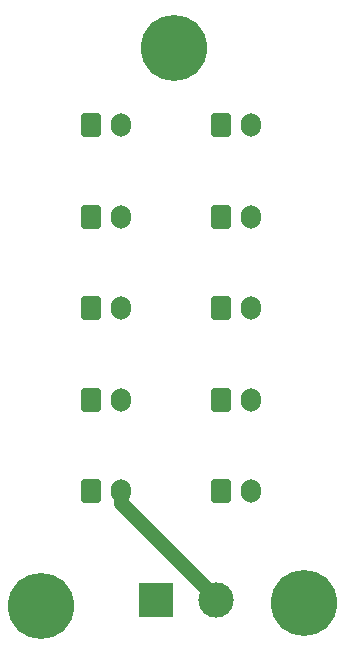
<source format=gbr>
%TF.GenerationSoftware,KiCad,Pcbnew,7.0.9*%
%TF.CreationDate,2024-03-13T22:19:24+01:00*%
%TF.ProjectId,Backlighting_LEDModule_PCB,4261636b-6c69-4676-9874-696e675f4c45,rev?*%
%TF.SameCoordinates,Original*%
%TF.FileFunction,Copper,L1,Top*%
%TF.FilePolarity,Positive*%
%FSLAX46Y46*%
G04 Gerber Fmt 4.6, Leading zero omitted, Abs format (unit mm)*
G04 Created by KiCad (PCBNEW 7.0.9) date 2024-03-13 22:19:24*
%MOMM*%
%LPD*%
G01*
G04 APERTURE LIST*
G04 Aperture macros list*
%AMRoundRect*
0 Rectangle with rounded corners*
0 $1 Rounding radius*
0 $2 $3 $4 $5 $6 $7 $8 $9 X,Y pos of 4 corners*
0 Add a 4 corners polygon primitive as box body*
4,1,4,$2,$3,$4,$5,$6,$7,$8,$9,$2,$3,0*
0 Add four circle primitives for the rounded corners*
1,1,$1+$1,$2,$3*
1,1,$1+$1,$4,$5*
1,1,$1+$1,$6,$7*
1,1,$1+$1,$8,$9*
0 Add four rect primitives between the rounded corners*
20,1,$1+$1,$2,$3,$4,$5,0*
20,1,$1+$1,$4,$5,$6,$7,0*
20,1,$1+$1,$6,$7,$8,$9,0*
20,1,$1+$1,$8,$9,$2,$3,0*%
G04 Aperture macros list end*
%TA.AperFunction,ComponentPad*%
%ADD10RoundRect,0.250000X-0.600000X-0.750000X0.600000X-0.750000X0.600000X0.750000X-0.600000X0.750000X0*%
%TD*%
%TA.AperFunction,ComponentPad*%
%ADD11O,1.700000X2.000000*%
%TD*%
%TA.AperFunction,ComponentPad*%
%ADD12R,3.000000X3.000000*%
%TD*%
%TA.AperFunction,ComponentPad*%
%ADD13C,3.000000*%
%TD*%
%TA.AperFunction,ComponentPad*%
%ADD14C,3.600000*%
%TD*%
%TA.AperFunction,ConnectorPad*%
%ADD15C,5.600000*%
%TD*%
%TA.AperFunction,Conductor*%
%ADD16C,1.270000*%
%TD*%
G04 APERTURE END LIST*
D10*
%TO.P,J4,1,Pin_1*%
%TO.N,N/C*%
X109750000Y-69750000D03*
D11*
%TO.P,J4,2,Pin_2*%
X112250000Y-69750000D03*
%TD*%
D12*
%TO.P,J11,1,Pin_1*%
%TO.N,N/C*%
X115250000Y-102250000D03*
D13*
%TO.P,J11,2,Pin_2*%
X120330000Y-102250000D03*
%TD*%
D10*
%TO.P,J6,1,Pin_1*%
%TO.N,N/C*%
X120750000Y-93000000D03*
D11*
%TO.P,J6,2,Pin_2*%
X123250000Y-93000000D03*
%TD*%
D10*
%TO.P,J3,1,Pin_1*%
%TO.N,N/C*%
X109750000Y-77500000D03*
D11*
%TO.P,J3,2,Pin_2*%
X112250000Y-77500000D03*
%TD*%
D10*
%TO.P,J7,1,Pin_1*%
%TO.N,N/C*%
X120750000Y-85250000D03*
D11*
%TO.P,J7,2,Pin_2*%
X123250000Y-85250000D03*
%TD*%
D14*
%TO.P,H1,1*%
%TO.N,N/C*%
X127750000Y-102500000D03*
D15*
X127750000Y-102500000D03*
%TD*%
D14*
%TO.P,H3,1*%
%TO.N,N/C*%
X105500000Y-102750000D03*
D15*
X105500000Y-102750000D03*
%TD*%
D10*
%TO.P,J1,1,Pin_1*%
%TO.N,N/C*%
X109750000Y-93000000D03*
D11*
%TO.P,J1,2,Pin_2*%
X112250000Y-93000000D03*
%TD*%
D10*
%TO.P,J5,1,Pin_1*%
%TO.N,N/C*%
X109750000Y-62000000D03*
D11*
%TO.P,J5,2,Pin_2*%
X112250000Y-62000000D03*
%TD*%
D10*
%TO.P,J9,1,Pin_1*%
%TO.N,N/C*%
X120750000Y-69750000D03*
D11*
%TO.P,J9,2,Pin_2*%
X123250000Y-69750000D03*
%TD*%
D10*
%TO.P,J8,1,Pin_1*%
%TO.N,N/C*%
X120750000Y-77500000D03*
D11*
%TO.P,J8,2,Pin_2*%
X123250000Y-77500000D03*
%TD*%
D10*
%TO.P,J10,1,Pin_1*%
%TO.N,N/C*%
X120750000Y-62000000D03*
D11*
%TO.P,J10,2,Pin_2*%
X123250000Y-62000000D03*
%TD*%
D10*
%TO.P,J2,1,Pin_1*%
%TO.N,N/C*%
X109750000Y-85250000D03*
D11*
%TO.P,J2,2,Pin_2*%
X112250000Y-85250000D03*
%TD*%
D14*
%TO.P,H2,1*%
%TO.N,N/C*%
X116750000Y-55500000D03*
D15*
X116750000Y-55500000D03*
%TD*%
D16*
%TO.N,*%
X120330000Y-102080000D02*
X120330000Y-102250000D01*
X112250000Y-93000000D02*
X112250000Y-94000000D01*
X112250000Y-94000000D02*
X120330000Y-102080000D01*
%TD*%
M02*

</source>
